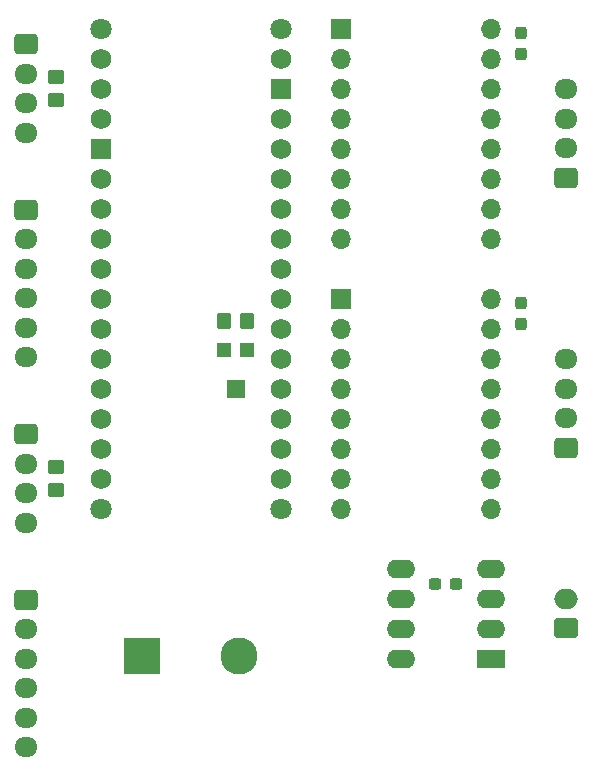
<source format=gbs>
G04 #@! TF.GenerationSoftware,KiCad,Pcbnew,7.0.8*
G04 #@! TF.CreationDate,2024-02-22T02:02:49-08:00*
G04 #@! TF.ProjectId,oc_v1,6f635f76-312e-46b6-9963-61645f706362,0*
G04 #@! TF.SameCoordinates,Original*
G04 #@! TF.FileFunction,Soldermask,Bot*
G04 #@! TF.FilePolarity,Negative*
%FSLAX46Y46*%
G04 Gerber Fmt 4.6, Leading zero omitted, Abs format (unit mm)*
G04 Created by KiCad (PCBNEW 7.0.8) date 2024-02-22 02:02:49*
%MOMM*%
%LPD*%
G01*
G04 APERTURE LIST*
G04 Aperture macros list*
%AMRoundRect*
0 Rectangle with rounded corners*
0 $1 Rounding radius*
0 $2 $3 $4 $5 $6 $7 $8 $9 X,Y pos of 4 corners*
0 Add a 4 corners polygon primitive as box body*
4,1,4,$2,$3,$4,$5,$6,$7,$8,$9,$2,$3,0*
0 Add four circle primitives for the rounded corners*
1,1,$1+$1,$2,$3*
1,1,$1+$1,$4,$5*
1,1,$1+$1,$6,$7*
1,1,$1+$1,$8,$9*
0 Add four rect primitives between the rounded corners*
20,1,$1+$1,$2,$3,$4,$5,0*
20,1,$1+$1,$4,$5,$6,$7,0*
20,1,$1+$1,$6,$7,$8,$9,0*
20,1,$1+$1,$8,$9,$2,$3,0*%
G04 Aperture macros list end*
%ADD10R,3.145000X3.145000*%
%ADD11C,3.145000*%
%ADD12RoundRect,0.250000X-0.725000X0.600000X-0.725000X-0.600000X0.725000X-0.600000X0.725000X0.600000X0*%
%ADD13O,1.950000X1.700000*%
%ADD14R,1.700000X1.700000*%
%ADD15O,1.700000X1.700000*%
%ADD16C,1.800000*%
%ADD17C,1.727200*%
%ADD18R,1.727200X1.727200*%
%ADD19RoundRect,0.250000X0.750000X-0.600000X0.750000X0.600000X-0.750000X0.600000X-0.750000X-0.600000X0*%
%ADD20O,2.000000X1.700000*%
%ADD21RoundRect,0.250000X0.725000X-0.600000X0.725000X0.600000X-0.725000X0.600000X-0.725000X-0.600000X0*%
%ADD22R,2.400000X1.600000*%
%ADD23O,2.400000X1.600000*%
%ADD24RoundRect,0.237500X-0.237500X0.300000X-0.237500X-0.300000X0.237500X-0.300000X0.237500X0.300000X0*%
%ADD25RoundRect,0.250000X-0.350000X-0.450000X0.350000X-0.450000X0.350000X0.450000X-0.350000X0.450000X0*%
%ADD26RoundRect,0.250000X0.450000X-0.350000X0.450000X0.350000X-0.450000X0.350000X-0.450000X-0.350000X0*%
%ADD27R,1.200000X1.200000*%
%ADD28R,1.600000X1.500000*%
%ADD29RoundRect,0.237500X0.300000X0.237500X-0.300000X0.237500X-0.300000X-0.237500X0.300000X-0.237500X0*%
G04 APERTURE END LIST*
D10*
X126685000Y-102630000D03*
D11*
X134935000Y-102630000D03*
D12*
X116840000Y-50860000D03*
D13*
X116840000Y-53360000D03*
X116840000Y-55860000D03*
X116840000Y-58360000D03*
D14*
X143510000Y-72390000D03*
D15*
X143510000Y-74930000D03*
X143510000Y-77470000D03*
X143510000Y-80010000D03*
X143510000Y-82550000D03*
X143510000Y-85090000D03*
X143510000Y-87630000D03*
X143510000Y-90170000D03*
X156210000Y-90170000D03*
X156210000Y-87630000D03*
X156210000Y-85090000D03*
X156210000Y-82550000D03*
X156210000Y-80010000D03*
X156210000Y-77470000D03*
X156210000Y-74930000D03*
X156210000Y-72390000D03*
D16*
X123190000Y-49530000D03*
X123190000Y-90170000D03*
X138430000Y-49530000D03*
X138430000Y-90170000D03*
D17*
X138430000Y-85090000D03*
X138430000Y-59690000D03*
X138430000Y-80010000D03*
X138430000Y-77470000D03*
X138430000Y-74930000D03*
X138430000Y-72390000D03*
X138430000Y-69850000D03*
X138430000Y-67310000D03*
X138430000Y-64770000D03*
X138430000Y-62230000D03*
X138430000Y-82550000D03*
X138430000Y-57150000D03*
X123190000Y-54610000D03*
X123190000Y-52070000D03*
X123190000Y-62230000D03*
X123190000Y-64770000D03*
X123190000Y-67310000D03*
X123190000Y-69850000D03*
X123190000Y-72390000D03*
X123190000Y-74930000D03*
X123190000Y-77470000D03*
X123190000Y-80010000D03*
X123190000Y-82550000D03*
X123190000Y-85090000D03*
X123190000Y-87630000D03*
X138430000Y-87630000D03*
D18*
X123190000Y-59690000D03*
X138430000Y-54610000D03*
D17*
X123190000Y-57150000D03*
X138430000Y-52070000D03*
D12*
X116840000Y-97890000D03*
D13*
X116840000Y-100390000D03*
X116840000Y-102890000D03*
X116840000Y-105390000D03*
X116840000Y-107890000D03*
X116840000Y-110390000D03*
D12*
X116840000Y-83880000D03*
D13*
X116840000Y-86380000D03*
X116840000Y-88880000D03*
X116840000Y-91380000D03*
D19*
X162560000Y-100310000D03*
D20*
X162560000Y-97810000D03*
D21*
X162560000Y-62170000D03*
D13*
X162560000Y-59670000D03*
X162560000Y-57170000D03*
X162560000Y-54670000D03*
D21*
X162560000Y-85030000D03*
D13*
X162560000Y-82530000D03*
X162560000Y-80030000D03*
X162560000Y-77530000D03*
D22*
X156210000Y-102870000D03*
D23*
X156210000Y-100330000D03*
X156210000Y-97790000D03*
X156210000Y-95250000D03*
X148590000Y-95250000D03*
X148590000Y-97790000D03*
X148590000Y-100330000D03*
X148590000Y-102870000D03*
D14*
X143510000Y-49530000D03*
D15*
X143510000Y-52070000D03*
X143510000Y-54610000D03*
X143510000Y-57150000D03*
X143510000Y-59690000D03*
X143510000Y-62230000D03*
X143510000Y-64770000D03*
X143510000Y-67310000D03*
X156210000Y-67310000D03*
X156210000Y-64770000D03*
X156210000Y-62230000D03*
X156210000Y-59690000D03*
X156210000Y-57150000D03*
X156210000Y-54610000D03*
X156210000Y-52070000D03*
X156210000Y-49530000D03*
D12*
X116840000Y-64870000D03*
D13*
X116840000Y-67370000D03*
X116840000Y-69870000D03*
X116840000Y-72370000D03*
X116840000Y-74870000D03*
X116840000Y-77370000D03*
D24*
X158750000Y-72797500D03*
X158750000Y-74522500D03*
D25*
X133620000Y-74295000D03*
X135620000Y-74295000D03*
D26*
X119380000Y-88630000D03*
X119380000Y-86630000D03*
D27*
X135620000Y-76760000D03*
D28*
X134620000Y-80010000D03*
D27*
X133620000Y-76760000D03*
D29*
X153262500Y-96520000D03*
X151537500Y-96520000D03*
D26*
X119380000Y-55610000D03*
X119380000Y-53610000D03*
D24*
X158750000Y-49937500D03*
X158750000Y-51662500D03*
M02*

</source>
